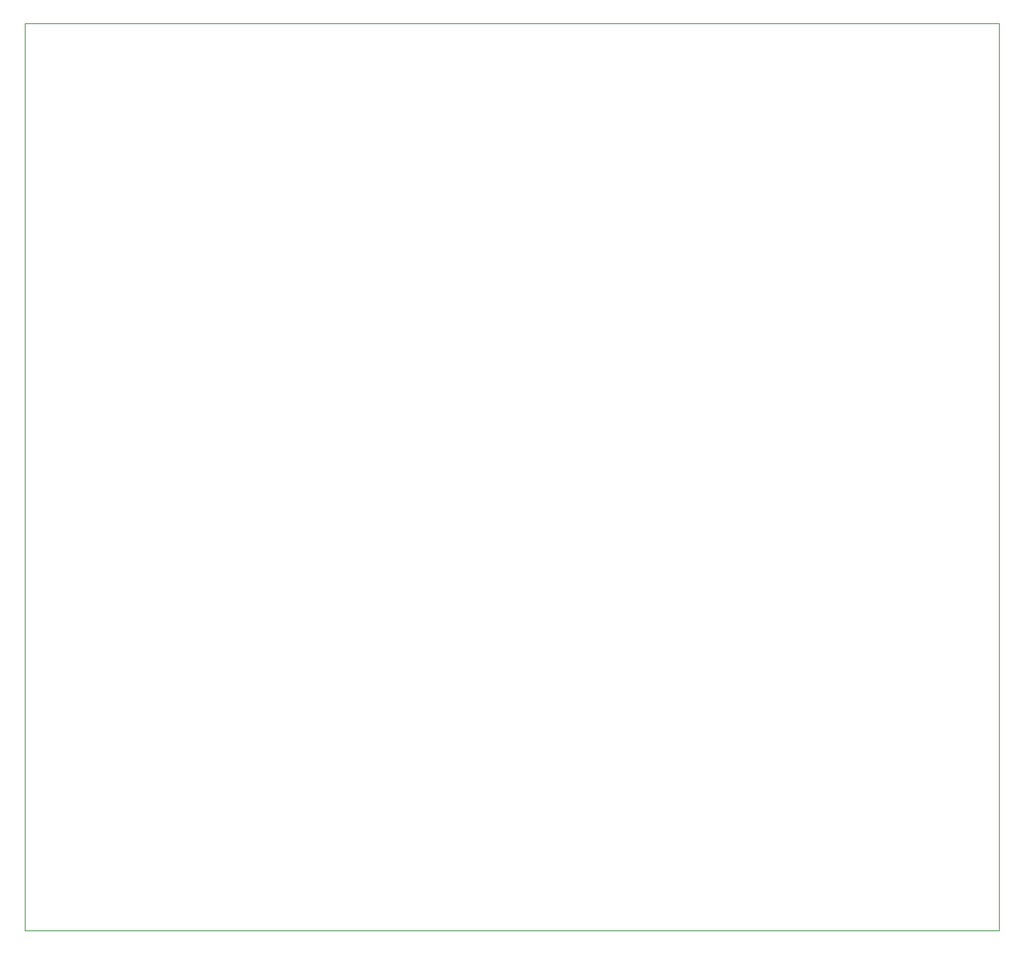
<source format=gbr>
G04 #@! TF.GenerationSoftware,KiCad,Pcbnew,(5.1.0-9-gc61ec8ee3)*
G04 #@! TF.CreationDate,2019-06-18T12:37:56+02:00*
G04 #@! TF.ProjectId,LCD_Back_Neo_Key_RxTx_emergency_stop,4c43445f-4261-4636-9b5f-4e656f5f4b65,rev?*
G04 #@! TF.SameCoordinates,Original*
G04 #@! TF.FileFunction,Profile,NP*
%FSLAX46Y46*%
G04 Gerber Fmt 4.6, Leading zero omitted, Abs format (unit mm)*
G04 Created by KiCad (PCBNEW (5.1.0-9-gc61ec8ee3)) date 2019-06-18 12:37:56*
%MOMM*%
%LPD*%
G04 APERTURE LIST*
%ADD10C,0.050000*%
G04 APERTURE END LIST*
D10*
X104140000Y-32512000D02*
X104140000Y-134620000D01*
X213868000Y-32512000D02*
X104140000Y-32512000D01*
X213868000Y-32512000D02*
X213868000Y-134620000D01*
X104140000Y-134620000D02*
X213868000Y-134620000D01*
M02*

</source>
